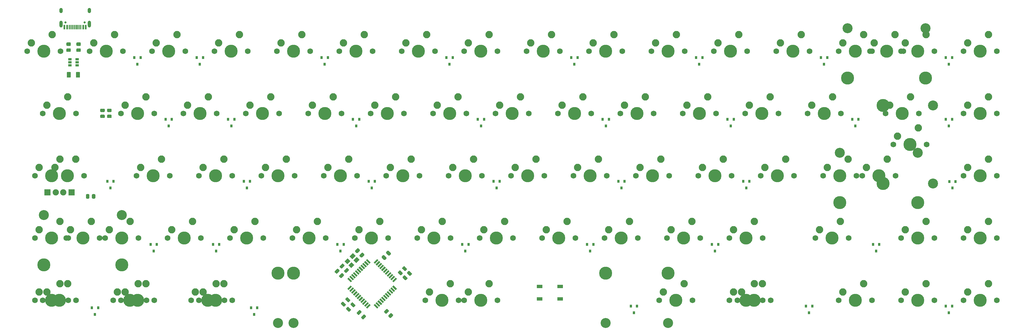
<source format=gbr>
%TF.GenerationSoftware,KiCad,Pcbnew,(5.1.10)-1*%
%TF.CreationDate,2021-07-23T21:16:20+02:00*%
%TF.ProjectId,67_E,36375f45-2e6b-4696-9361-645f70636258,rev?*%
%TF.SameCoordinates,Original*%
%TF.FileFunction,Soldermask,Bot*%
%TF.FilePolarity,Negative*%
%FSLAX46Y46*%
G04 Gerber Fmt 4.6, Leading zero omitted, Abs format (unit mm)*
G04 Created by KiCad (PCBNEW (5.1.10)-1) date 2021-07-23 21:16:20*
%MOMM*%
%LPD*%
G01*
G04 APERTURE LIST*
%ADD10R,0.800000X0.900000*%
%ADD11C,2.250000*%
%ADD12C,3.987800*%
%ADD13C,1.750000*%
%ADD14C,3.048000*%
%ADD15C,0.100000*%
%ADD16R,1.700000X1.000000*%
%ADD17R,1.905000X1.905000*%
%ADD18C,1.905000*%
%ADD19R,0.600000X1.450000*%
%ADD20R,0.300000X1.450000*%
%ADD21O,1.000000X2.100000*%
%ADD22C,0.650000*%
%ADD23O,1.000000X1.600000*%
%ADD24R,1.060000X0.650000*%
G04 APERTURE END LIST*
D10*
%TO.C,D34*%
X130685500Y-166640000D03*
X132585500Y-166640000D03*
X131635500Y-168640000D03*
%TD*%
%TO.C,D31*%
X342712000Y-108982000D03*
X344612000Y-108982000D03*
X343662000Y-110982000D03*
%TD*%
D11*
%TO.C,MX20*%
X98576130Y-102045770D03*
D12*
X96036130Y-107125770D03*
D11*
X92226130Y-104585770D03*
D13*
X90956130Y-107125770D03*
X101116130Y-107125770D03*
%TD*%
D10*
%TO.C,D1*%
X95062000Y-90059000D03*
X96962000Y-90059000D03*
X96012000Y-92059000D03*
%TD*%
D12*
%TO.C,MX48*%
X334161130Y-134430770D03*
X310348630Y-134430770D03*
D14*
X334161130Y-119190770D03*
X310348630Y-119190770D03*
D13*
X327334880Y-126175770D03*
X317174880Y-126175770D03*
D11*
X318444880Y-123635770D03*
D12*
X322254880Y-126175770D03*
D11*
X324794880Y-121095770D03*
%TD*%
%TO.C,MX74*%
X191444880Y-159195770D03*
D12*
X188904880Y-164275770D03*
D11*
X185094880Y-161735770D03*
D13*
X183824880Y-164275770D03*
X193984880Y-164275770D03*
D14*
X138904980Y-171260770D03*
X238904780Y-171260770D03*
D12*
X138904980Y-156020770D03*
X238904780Y-156020770D03*
%TD*%
D15*
%TO.C,U1*%
G36*
X168117298Y-165781060D02*
G01*
X168506206Y-165392152D01*
X169566866Y-166452812D01*
X169177958Y-166841720D01*
X168117298Y-165781060D01*
G37*
G36*
X168682983Y-165215374D02*
G01*
X169071891Y-164826466D01*
X170132551Y-165887126D01*
X169743643Y-166276034D01*
X168682983Y-165215374D01*
G37*
G36*
X169248668Y-164649689D02*
G01*
X169637576Y-164260781D01*
X170698236Y-165321441D01*
X170309328Y-165710349D01*
X169248668Y-164649689D01*
G37*
G36*
X169814354Y-164084004D02*
G01*
X170203262Y-163695096D01*
X171263922Y-164755756D01*
X170875014Y-165144664D01*
X169814354Y-164084004D01*
G37*
G36*
X170380039Y-163518318D02*
G01*
X170768947Y-163129410D01*
X171829607Y-164190070D01*
X171440699Y-164578978D01*
X170380039Y-163518318D01*
G37*
G36*
X170945725Y-162952633D02*
G01*
X171334633Y-162563725D01*
X172395293Y-163624385D01*
X172006385Y-164013293D01*
X170945725Y-162952633D01*
G37*
G36*
X171511410Y-162386947D02*
G01*
X171900318Y-161998039D01*
X172960978Y-163058699D01*
X172572070Y-163447607D01*
X171511410Y-162386947D01*
G37*
G36*
X172077096Y-161821262D02*
G01*
X172466004Y-161432354D01*
X173526664Y-162493014D01*
X173137756Y-162881922D01*
X172077096Y-161821262D01*
G37*
G36*
X172642781Y-161255576D02*
G01*
X173031689Y-160866668D01*
X174092349Y-161927328D01*
X173703441Y-162316236D01*
X172642781Y-161255576D01*
G37*
G36*
X173208466Y-160689891D02*
G01*
X173597374Y-160300983D01*
X174658034Y-161361643D01*
X174269126Y-161750551D01*
X173208466Y-160689891D01*
G37*
G36*
X173774152Y-160124206D02*
G01*
X174163060Y-159735298D01*
X175223720Y-160795958D01*
X174834812Y-161184866D01*
X173774152Y-160124206D01*
G37*
G36*
X174163060Y-158780702D02*
G01*
X173774152Y-158391794D01*
X174834812Y-157331134D01*
X175223720Y-157720042D01*
X174163060Y-158780702D01*
G37*
G36*
X173597374Y-158215017D02*
G01*
X173208466Y-157826109D01*
X174269126Y-156765449D01*
X174658034Y-157154357D01*
X173597374Y-158215017D01*
G37*
G36*
X173031689Y-157649332D02*
G01*
X172642781Y-157260424D01*
X173703441Y-156199764D01*
X174092349Y-156588672D01*
X173031689Y-157649332D01*
G37*
G36*
X172466004Y-157083646D02*
G01*
X172077096Y-156694738D01*
X173137756Y-155634078D01*
X173526664Y-156022986D01*
X172466004Y-157083646D01*
G37*
G36*
X171900318Y-156517961D02*
G01*
X171511410Y-156129053D01*
X172572070Y-155068393D01*
X172960978Y-155457301D01*
X171900318Y-156517961D01*
G37*
G36*
X171334633Y-155952275D02*
G01*
X170945725Y-155563367D01*
X172006385Y-154502707D01*
X172395293Y-154891615D01*
X171334633Y-155952275D01*
G37*
G36*
X170768947Y-155386590D02*
G01*
X170380039Y-154997682D01*
X171440699Y-153937022D01*
X171829607Y-154325930D01*
X170768947Y-155386590D01*
G37*
G36*
X170203262Y-154820904D02*
G01*
X169814354Y-154431996D01*
X170875014Y-153371336D01*
X171263922Y-153760244D01*
X170203262Y-154820904D01*
G37*
G36*
X169637576Y-154255219D02*
G01*
X169248668Y-153866311D01*
X170309328Y-152805651D01*
X170698236Y-153194559D01*
X169637576Y-154255219D01*
G37*
G36*
X169071891Y-153689534D02*
G01*
X168682983Y-153300626D01*
X169743643Y-152239966D01*
X170132551Y-152628874D01*
X169071891Y-153689534D01*
G37*
G36*
X168506206Y-153123848D02*
G01*
X168117298Y-152734940D01*
X169177958Y-151674280D01*
X169566866Y-152063188D01*
X168506206Y-153123848D01*
G37*
G36*
X165713134Y-152063188D02*
G01*
X166102042Y-151674280D01*
X167162702Y-152734940D01*
X166773794Y-153123848D01*
X165713134Y-152063188D01*
G37*
G36*
X165147449Y-152628874D02*
G01*
X165536357Y-152239966D01*
X166597017Y-153300626D01*
X166208109Y-153689534D01*
X165147449Y-152628874D01*
G37*
G36*
X164581764Y-153194559D02*
G01*
X164970672Y-152805651D01*
X166031332Y-153866311D01*
X165642424Y-154255219D01*
X164581764Y-153194559D01*
G37*
G36*
X164016078Y-153760244D02*
G01*
X164404986Y-153371336D01*
X165465646Y-154431996D01*
X165076738Y-154820904D01*
X164016078Y-153760244D01*
G37*
G36*
X163450393Y-154325930D02*
G01*
X163839301Y-153937022D01*
X164899961Y-154997682D01*
X164511053Y-155386590D01*
X163450393Y-154325930D01*
G37*
G36*
X162884707Y-154891615D02*
G01*
X163273615Y-154502707D01*
X164334275Y-155563367D01*
X163945367Y-155952275D01*
X162884707Y-154891615D01*
G37*
G36*
X162319022Y-155457301D02*
G01*
X162707930Y-155068393D01*
X163768590Y-156129053D01*
X163379682Y-156517961D01*
X162319022Y-155457301D01*
G37*
G36*
X161753336Y-156022986D02*
G01*
X162142244Y-155634078D01*
X163202904Y-156694738D01*
X162813996Y-157083646D01*
X161753336Y-156022986D01*
G37*
G36*
X161187651Y-156588672D02*
G01*
X161576559Y-156199764D01*
X162637219Y-157260424D01*
X162248311Y-157649332D01*
X161187651Y-156588672D01*
G37*
G36*
X160621966Y-157154357D02*
G01*
X161010874Y-156765449D01*
X162071534Y-157826109D01*
X161682626Y-158215017D01*
X160621966Y-157154357D01*
G37*
G36*
X160056280Y-157720042D02*
G01*
X160445188Y-157331134D01*
X161505848Y-158391794D01*
X161116940Y-158780702D01*
X160056280Y-157720042D01*
G37*
G36*
X160445188Y-161184866D02*
G01*
X160056280Y-160795958D01*
X161116940Y-159735298D01*
X161505848Y-160124206D01*
X160445188Y-161184866D01*
G37*
G36*
X161010874Y-161750551D02*
G01*
X160621966Y-161361643D01*
X161682626Y-160300983D01*
X162071534Y-160689891D01*
X161010874Y-161750551D01*
G37*
G36*
X161576559Y-162316236D02*
G01*
X161187651Y-161927328D01*
X162248311Y-160866668D01*
X162637219Y-161255576D01*
X161576559Y-162316236D01*
G37*
G36*
X162142244Y-162881922D02*
G01*
X161753336Y-162493014D01*
X162813996Y-161432354D01*
X163202904Y-161821262D01*
X162142244Y-162881922D01*
G37*
G36*
X162707930Y-163447607D02*
G01*
X162319022Y-163058699D01*
X163379682Y-161998039D01*
X163768590Y-162386947D01*
X162707930Y-163447607D01*
G37*
G36*
X163273615Y-164013293D02*
G01*
X162884707Y-163624385D01*
X163945367Y-162563725D01*
X164334275Y-162952633D01*
X163273615Y-164013293D01*
G37*
G36*
X163839301Y-164578978D02*
G01*
X163450393Y-164190070D01*
X164511053Y-163129410D01*
X164899961Y-163518318D01*
X163839301Y-164578978D01*
G37*
G36*
X164404986Y-165144664D02*
G01*
X164016078Y-164755756D01*
X165076738Y-163695096D01*
X165465646Y-164084004D01*
X164404986Y-165144664D01*
G37*
G36*
X164970672Y-165710349D02*
G01*
X164581764Y-165321441D01*
X165642424Y-164260781D01*
X166031332Y-164649689D01*
X164970672Y-165710349D01*
G37*
G36*
X165536357Y-166276034D02*
G01*
X165147449Y-165887126D01*
X166208109Y-164826466D01*
X166597017Y-165215374D01*
X165536357Y-166276034D01*
G37*
G36*
X166102042Y-166841720D02*
G01*
X165713134Y-166452812D01*
X166773794Y-165392152D01*
X167162702Y-165781060D01*
X166102042Y-166841720D01*
G37*
%TD*%
D16*
%TO.C,RESET*%
X218719000Y-163888500D03*
X225019000Y-163888500D03*
X218719000Y-160088500D03*
X225019000Y-160088500D03*
%TD*%
D12*
%TO.C,MX35*%
X323524880Y-104712770D03*
X323524880Y-128588770D03*
D14*
X338764880Y-104712770D03*
X338764880Y-128588770D03*
D13*
X336859880Y-116650770D03*
X326699880Y-116650770D03*
D11*
X327969880Y-114110770D03*
D12*
X331779880Y-116650770D03*
D11*
X334319880Y-111570770D03*
%TD*%
D17*
%TO.C,MX34*%
X68562380Y-131255770D03*
D13*
X74922380Y-126175770D03*
X64762380Y-126175770D03*
D18*
X71112380Y-131255770D03*
D11*
X66032380Y-123635770D03*
D12*
X69842380Y-126175770D03*
D11*
X72382380Y-121095770D03*
%TD*%
D10*
%TO.C,D36*%
X342712000Y-166132000D03*
X344612000Y-166132000D03*
X343662000Y-168132000D03*
%TD*%
%TO.C,D35*%
X300040000Y-166132000D03*
X301940000Y-166132000D03*
X300990000Y-168132000D03*
%TD*%
%TO.C,D33*%
X246573000Y-166132000D03*
X248473000Y-166132000D03*
X247523000Y-168132000D03*
%TD*%
%TO.C,D32*%
X82108000Y-166640000D03*
X84008000Y-166640000D03*
X83058000Y-168640000D03*
%TD*%
%TO.C,D30*%
X320487000Y-147209000D03*
X322387000Y-147209000D03*
X321437000Y-149209000D03*
%TD*%
%TO.C,D29*%
X271338000Y-147209000D03*
X273238000Y-147209000D03*
X272288000Y-149209000D03*
%TD*%
%TO.C,D28*%
X233238000Y-147209000D03*
X235138000Y-147209000D03*
X234188000Y-149209000D03*
%TD*%
%TO.C,D27*%
X195138000Y-147209000D03*
X197038000Y-147209000D03*
X196088000Y-149209000D03*
%TD*%
%TO.C,D26*%
X157038000Y-147209000D03*
X158938000Y-147209000D03*
X157988000Y-149209000D03*
%TD*%
%TO.C,D25*%
X119065000Y-147209000D03*
X120965000Y-147209000D03*
X120015000Y-149209000D03*
%TD*%
%TO.C,D24*%
X100015000Y-147209000D03*
X101915000Y-147209000D03*
X100965000Y-149209000D03*
%TD*%
%TO.C,D23*%
X343791500Y-127968500D03*
X345691500Y-127968500D03*
X344741500Y-129968500D03*
%TD*%
%TO.C,D22*%
X280863000Y-127905000D03*
X282763000Y-127905000D03*
X281813000Y-129905000D03*
%TD*%
%TO.C,D21*%
X242763000Y-127905000D03*
X244663000Y-127905000D03*
X243713000Y-129905000D03*
%TD*%
%TO.C,D20*%
X204663000Y-127905000D03*
X206563000Y-127905000D03*
X205613000Y-129905000D03*
%TD*%
%TO.C,D19*%
X166563000Y-127905000D03*
X168463000Y-127905000D03*
X167513000Y-129905000D03*
%TD*%
%TO.C,D18*%
X128463000Y-127905000D03*
X130363000Y-127905000D03*
X129413000Y-129905000D03*
%TD*%
%TO.C,D17*%
X86807000Y-127905000D03*
X88707000Y-127905000D03*
X87757000Y-129905000D03*
%TD*%
%TO.C,D15*%
X314137000Y-108982000D03*
X316037000Y-108982000D03*
X315087000Y-110982000D03*
%TD*%
%TO.C,D14*%
X276100500Y-108982000D03*
X278000500Y-108982000D03*
X277050500Y-110982000D03*
%TD*%
%TO.C,D13*%
X238000500Y-108982000D03*
X239900500Y-108982000D03*
X238950500Y-110982000D03*
%TD*%
%TO.C,D12*%
X199900500Y-108982000D03*
X201800500Y-108982000D03*
X200850500Y-110982000D03*
%TD*%
%TO.C,D11*%
X161800500Y-108982000D03*
X163700500Y-108982000D03*
X162750500Y-110982000D03*
%TD*%
%TO.C,D10*%
X123700500Y-108982000D03*
X125600500Y-108982000D03*
X124650500Y-110982000D03*
%TD*%
%TO.C,D9*%
X104587000Y-108982000D03*
X106487000Y-108982000D03*
X105537000Y-110982000D03*
%TD*%
%TO.C,D8*%
X342712000Y-90059000D03*
X344612000Y-90059000D03*
X343662000Y-92059000D03*
%TD*%
%TO.C,D7*%
X304612000Y-90059000D03*
X306512000Y-90059000D03*
X305562000Y-92059000D03*
%TD*%
%TO.C,D6*%
X266512000Y-90059000D03*
X268412000Y-90059000D03*
X267462000Y-92059000D03*
%TD*%
%TO.C,D5*%
X228412000Y-90059000D03*
X230312000Y-90059000D03*
X229362000Y-92059000D03*
%TD*%
%TO.C,D4*%
X190312000Y-90059000D03*
X192212000Y-90059000D03*
X191262000Y-92059000D03*
%TD*%
%TO.C,D3*%
X152212000Y-90059000D03*
X154112000Y-90059000D03*
X153162000Y-92059000D03*
%TD*%
%TO.C,D2*%
X114112000Y-90059000D03*
X116012000Y-90059000D03*
X115062000Y-92059000D03*
%TD*%
D15*
%TO.C,X1*%
G36*
X162930069Y-151049984D02*
G01*
X163778597Y-151898512D01*
X162788647Y-152888462D01*
X161940119Y-152039934D01*
X162930069Y-151049984D01*
G37*
G36*
X161374434Y-152605619D02*
G01*
X162222962Y-153454147D01*
X161233012Y-154444097D01*
X160384484Y-153595569D01*
X161374434Y-152605619D01*
G37*
G36*
X160172353Y-151403538D02*
G01*
X161020881Y-152252066D01*
X160030931Y-153242016D01*
X159182403Y-152393488D01*
X160172353Y-151403538D01*
G37*
G36*
X161727988Y-149847903D02*
G01*
X162576516Y-150696431D01*
X161586566Y-151686381D01*
X160738038Y-150837853D01*
X161727988Y-149847903D01*
G37*
%TD*%
D19*
%TO.C,USB1*%
X80227240Y-80737760D03*
X79427240Y-80737760D03*
X74527240Y-80737760D03*
X73727240Y-80737760D03*
X73727240Y-80737760D03*
X74527240Y-80737760D03*
X79427240Y-80737760D03*
X80227240Y-80737760D03*
D20*
X75227240Y-80737760D03*
X75727240Y-80737760D03*
X76227240Y-80737760D03*
X77227240Y-80737760D03*
X77727240Y-80737760D03*
X78227240Y-80737760D03*
X78727240Y-80737760D03*
X76727240Y-80737760D03*
D21*
X81297240Y-79822760D03*
X72657240Y-79822760D03*
D22*
X74087240Y-79292760D03*
D23*
X72657240Y-75642760D03*
D22*
X79867240Y-79292760D03*
D23*
X81297240Y-75642760D03*
%TD*%
D24*
%TO.C,U2*%
X75417500Y-92453500D03*
X75417500Y-91503500D03*
X75417500Y-90553500D03*
X77617500Y-90553500D03*
X77617500Y-92453500D03*
X77617500Y-91503500D03*
%TD*%
%TO.C,R7*%
G36*
G01*
X80299500Y-132974501D02*
X80299500Y-132074499D01*
G75*
G02*
X80549499Y-131824500I249999J0D01*
G01*
X81074501Y-131824500D01*
G75*
G02*
X81324500Y-132074499I0J-249999D01*
G01*
X81324500Y-132974501D01*
G75*
G02*
X81074501Y-133224500I-249999J0D01*
G01*
X80549499Y-133224500D01*
G75*
G02*
X80299500Y-132974501I0J249999D01*
G01*
G37*
G36*
G01*
X82124500Y-132974501D02*
X82124500Y-132074499D01*
G75*
G02*
X82374499Y-131824500I249999J0D01*
G01*
X82899501Y-131824500D01*
G75*
G02*
X83149500Y-132074499I0J-249999D01*
G01*
X83149500Y-132974501D01*
G75*
G02*
X82899501Y-133224500I-249999J0D01*
G01*
X82374499Y-133224500D01*
G75*
G02*
X82124500Y-132974501I0J249999D01*
G01*
G37*
%TD*%
%TO.C,R6*%
G36*
G01*
X173982326Y-169027928D02*
X173345928Y-169664326D01*
G75*
G02*
X172992376Y-169664326I-176776J176776D01*
G01*
X172621144Y-169293094D01*
G75*
G02*
X172621144Y-168939542I176776J176776D01*
G01*
X173257542Y-168303144D01*
G75*
G02*
X173611094Y-168303144I176776J-176776D01*
G01*
X173982326Y-168674376D01*
G75*
G02*
X173982326Y-169027928I-176776J-176776D01*
G01*
G37*
G36*
G01*
X172691856Y-167737458D02*
X172055458Y-168373856D01*
G75*
G02*
X171701906Y-168373856I-176776J176776D01*
G01*
X171330674Y-168002624D01*
G75*
G02*
X171330674Y-167649072I176776J176776D01*
G01*
X171967072Y-167012674D01*
G75*
G02*
X172320624Y-167012674I176776J-176776D01*
G01*
X172691856Y-167383906D01*
G75*
G02*
X172691856Y-167737458I-176776J-176776D01*
G01*
G37*
%TD*%
%TO.C,R5*%
G36*
G01*
X177566422Y-153942021D02*
X178202820Y-154578419D01*
G75*
G02*
X178202820Y-154931971I-176776J-176776D01*
G01*
X177831588Y-155303203D01*
G75*
G02*
X177478036Y-155303203I-176776J176776D01*
G01*
X176841638Y-154666805D01*
G75*
G02*
X176841638Y-154313253I176776J176776D01*
G01*
X177212870Y-153942021D01*
G75*
G02*
X177566422Y-153942021I176776J-176776D01*
G01*
G37*
G36*
G01*
X176275952Y-155232491D02*
X176912350Y-155868889D01*
G75*
G02*
X176912350Y-156222441I-176776J-176776D01*
G01*
X176541118Y-156593673D01*
G75*
G02*
X176187566Y-156593673I-176776J176776D01*
G01*
X175551168Y-155957275D01*
G75*
G02*
X175551168Y-155603723I176776J176776D01*
G01*
X175922400Y-155232491D01*
G75*
G02*
X176275952Y-155232491I176776J-176776D01*
G01*
G37*
%TD*%
%TO.C,R4*%
G36*
G01*
X84893999Y-105699500D02*
X85794001Y-105699500D01*
G75*
G02*
X86044000Y-105949499I0J-249999D01*
G01*
X86044000Y-106474501D01*
G75*
G02*
X85794001Y-106724500I-249999J0D01*
G01*
X84893999Y-106724500D01*
G75*
G02*
X84644000Y-106474501I0J249999D01*
G01*
X84644000Y-105949499D01*
G75*
G02*
X84893999Y-105699500I249999J0D01*
G01*
G37*
G36*
G01*
X84893999Y-107524500D02*
X85794001Y-107524500D01*
G75*
G02*
X86044000Y-107774499I0J-249999D01*
G01*
X86044000Y-108299501D01*
G75*
G02*
X85794001Y-108549500I-249999J0D01*
G01*
X84893999Y-108549500D01*
G75*
G02*
X84644000Y-108299501I0J249999D01*
G01*
X84644000Y-107774499D01*
G75*
G02*
X84893999Y-107524500I249999J0D01*
G01*
G37*
%TD*%
%TO.C,R3*%
G36*
G01*
X86989499Y-105699500D02*
X87889501Y-105699500D01*
G75*
G02*
X88139500Y-105949499I0J-249999D01*
G01*
X88139500Y-106474501D01*
G75*
G02*
X87889501Y-106724500I-249999J0D01*
G01*
X86989499Y-106724500D01*
G75*
G02*
X86739500Y-106474501I0J249999D01*
G01*
X86739500Y-105949499D01*
G75*
G02*
X86989499Y-105699500I249999J0D01*
G01*
G37*
G36*
G01*
X86989499Y-107524500D02*
X87889501Y-107524500D01*
G75*
G02*
X88139500Y-107774499I0J-249999D01*
G01*
X88139500Y-108299501D01*
G75*
G02*
X87889501Y-108549500I-249999J0D01*
G01*
X86989499Y-108549500D01*
G75*
G02*
X86739500Y-108299501I0J249999D01*
G01*
X86739500Y-107774499D01*
G75*
G02*
X86989499Y-107524500I249999J0D01*
G01*
G37*
%TD*%
%TO.C,R2*%
G36*
G01*
X78491501Y-88293000D02*
X77591499Y-88293000D01*
G75*
G02*
X77341500Y-88043001I0J249999D01*
G01*
X77341500Y-87517999D01*
G75*
G02*
X77591499Y-87268000I249999J0D01*
G01*
X78491501Y-87268000D01*
G75*
G02*
X78741500Y-87517999I0J-249999D01*
G01*
X78741500Y-88043001D01*
G75*
G02*
X78491501Y-88293000I-249999J0D01*
G01*
G37*
G36*
G01*
X78491501Y-86468000D02*
X77591499Y-86468000D01*
G75*
G02*
X77341500Y-86218001I0J249999D01*
G01*
X77341500Y-85692999D01*
G75*
G02*
X77591499Y-85443000I249999J0D01*
G01*
X78491501Y-85443000D01*
G75*
G02*
X78741500Y-85692999I0J-249999D01*
G01*
X78741500Y-86218001D01*
G75*
G02*
X78491501Y-86468000I-249999J0D01*
G01*
G37*
%TD*%
%TO.C,R1*%
G36*
G01*
X75443501Y-88293000D02*
X74543499Y-88293000D01*
G75*
G02*
X74293500Y-88043001I0J249999D01*
G01*
X74293500Y-87517999D01*
G75*
G02*
X74543499Y-87268000I249999J0D01*
G01*
X75443501Y-87268000D01*
G75*
G02*
X75693500Y-87517999I0J-249999D01*
G01*
X75693500Y-88043001D01*
G75*
G02*
X75443501Y-88293000I-249999J0D01*
G01*
G37*
G36*
G01*
X75443501Y-86468000D02*
X74543499Y-86468000D01*
G75*
G02*
X74293500Y-86218001I0J249999D01*
G01*
X74293500Y-85692999D01*
G75*
G02*
X74543499Y-85443000I249999J0D01*
G01*
X75443501Y-85443000D01*
G75*
G02*
X75693500Y-85692999I0J-249999D01*
G01*
X75693500Y-86218001D01*
G75*
G02*
X75443501Y-86468000I-249999J0D01*
G01*
G37*
%TD*%
D11*
%TO.C,MX79*%
X355751130Y-159195770D03*
D12*
X353211130Y-164275770D03*
D11*
X349401130Y-161735770D03*
D13*
X348131130Y-164275770D03*
X358291130Y-164275770D03*
%TD*%
D11*
%TO.C,MX78*%
X336701130Y-159195770D03*
D12*
X334161130Y-164275770D03*
D11*
X330351130Y-161735770D03*
D13*
X329081130Y-164275770D03*
X339241130Y-164275770D03*
%TD*%
D11*
%TO.C,MX77*%
X317651130Y-159195770D03*
D12*
X315111130Y-164275770D03*
D11*
X311301130Y-161735770D03*
D13*
X310031130Y-164275770D03*
X320191130Y-164275770D03*
%TD*%
D11*
%TO.C,MX76*%
X286694880Y-159195770D03*
D12*
X284154880Y-164275770D03*
D11*
X280344880Y-161735770D03*
D13*
X279074880Y-164275770D03*
X289234880Y-164275770D03*
%TD*%
D11*
%TO.C,MX75*%
X262882380Y-159195770D03*
D12*
X260342380Y-164275770D03*
D11*
X256532380Y-161735770D03*
D13*
X255262380Y-164275770D03*
X265422380Y-164275770D03*
%TD*%
D11*
%TO.C,MX73*%
X120007380Y-159195770D03*
D12*
X117467380Y-164275770D03*
D11*
X113657380Y-161735770D03*
D13*
X112387380Y-164275770D03*
X122547380Y-164275770D03*
%TD*%
D11*
%TO.C,MX72*%
X96194880Y-159195770D03*
D12*
X93654880Y-164275770D03*
D11*
X89844880Y-161735770D03*
D13*
X88574880Y-164275770D03*
X98734880Y-164275770D03*
%TD*%
D11*
%TO.C,MX71*%
X72382380Y-159195770D03*
D12*
X69842380Y-164275770D03*
D11*
X66032380Y-161735770D03*
D13*
X64762380Y-164275770D03*
X74922380Y-164275770D03*
%TD*%
D11*
%TO.C,MX70*%
X284313630Y-159195770D03*
D12*
X281773630Y-164275770D03*
D11*
X277963630Y-161735770D03*
D13*
X276693630Y-164275770D03*
X286853630Y-164275770D03*
%TD*%
D11*
%TO.C,MX69*%
X203351130Y-159195770D03*
D12*
X200811130Y-164275770D03*
D11*
X197001130Y-161735770D03*
D13*
X195731130Y-164275770D03*
X205891130Y-164275770D03*
D14*
X143661130Y-171260770D03*
X257961130Y-171260770D03*
D12*
X143661130Y-156020770D03*
X257961130Y-156020770D03*
%TD*%
D11*
%TO.C,MX68*%
X122388630Y-159195770D03*
D12*
X119848630Y-164275770D03*
D11*
X116038630Y-161735770D03*
D13*
X114768630Y-164275770D03*
X124928630Y-164275770D03*
%TD*%
D11*
%TO.C,MX67*%
X98576130Y-159195770D03*
D12*
X96036130Y-164275770D03*
D11*
X92226130Y-161735770D03*
D13*
X90956130Y-164275770D03*
X101116130Y-164275770D03*
%TD*%
D11*
%TO.C,MX66*%
X74763630Y-159195770D03*
D12*
X72223630Y-164275770D03*
D11*
X68413630Y-161735770D03*
D13*
X67143630Y-164275770D03*
X77303630Y-164275770D03*
%TD*%
D11*
%TO.C,MX65*%
X355751130Y-140145770D03*
D12*
X353211130Y-145225770D03*
D11*
X349401130Y-142685770D03*
D13*
X348131130Y-145225770D03*
X358291130Y-145225770D03*
%TD*%
D11*
%TO.C,MX64*%
X336701130Y-140145770D03*
D12*
X334161130Y-145225770D03*
D11*
X330351130Y-142685770D03*
D13*
X329081130Y-145225770D03*
X339241130Y-145225770D03*
%TD*%
D11*
%TO.C,MX63*%
X310507380Y-140145770D03*
D12*
X307967380Y-145225770D03*
D11*
X304157380Y-142685770D03*
D13*
X302887380Y-145225770D03*
X313047380Y-145225770D03*
%TD*%
D11*
%TO.C,MX62*%
X284313630Y-140145770D03*
D12*
X281773630Y-145225770D03*
D11*
X277963630Y-142685770D03*
D13*
X276693630Y-145225770D03*
X286853630Y-145225770D03*
%TD*%
D11*
%TO.C,MX61*%
X265263630Y-140145770D03*
D12*
X262723630Y-145225770D03*
D11*
X258913630Y-142685770D03*
D13*
X257643630Y-145225770D03*
X267803630Y-145225770D03*
%TD*%
D11*
%TO.C,MX60*%
X246213630Y-140145770D03*
D12*
X243673630Y-145225770D03*
D11*
X239863630Y-142685770D03*
D13*
X238593630Y-145225770D03*
X248753630Y-145225770D03*
%TD*%
D11*
%TO.C,MX59*%
X227163630Y-140145770D03*
D12*
X224623630Y-145225770D03*
D11*
X220813630Y-142685770D03*
D13*
X219543630Y-145225770D03*
X229703630Y-145225770D03*
%TD*%
D11*
%TO.C,MX58*%
X208113630Y-140145770D03*
D12*
X205573630Y-145225770D03*
D11*
X201763630Y-142685770D03*
D13*
X200493630Y-145225770D03*
X210653630Y-145225770D03*
%TD*%
D11*
%TO.C,MX57*%
X189063630Y-140145770D03*
D12*
X186523630Y-145225770D03*
D11*
X182713630Y-142685770D03*
D13*
X181443630Y-145225770D03*
X191603630Y-145225770D03*
%TD*%
D11*
%TO.C,MX56*%
X170013630Y-140145770D03*
D12*
X167473630Y-145225770D03*
D11*
X163663630Y-142685770D03*
D13*
X162393630Y-145225770D03*
X172553630Y-145225770D03*
%TD*%
D11*
%TO.C,MX55*%
X150963630Y-140145770D03*
D12*
X148423630Y-145225770D03*
D11*
X144613630Y-142685770D03*
D13*
X143343630Y-145225770D03*
X153503630Y-145225770D03*
%TD*%
D11*
%TO.C,MX54*%
X131913630Y-140145770D03*
D12*
X129373630Y-145225770D03*
D11*
X125563630Y-142685770D03*
D13*
X124293630Y-145225770D03*
X134453630Y-145225770D03*
%TD*%
D11*
%TO.C,MX53*%
X112863630Y-140145770D03*
D12*
X110323630Y-145225770D03*
D11*
X106513630Y-142685770D03*
D13*
X105243630Y-145225770D03*
X115403630Y-145225770D03*
%TD*%
D11*
%TO.C,MX52*%
X93813630Y-140145770D03*
D12*
X91273630Y-145225770D03*
D11*
X87463630Y-142685770D03*
D13*
X86193630Y-145225770D03*
X96353630Y-145225770D03*
%TD*%
D11*
%TO.C,MX51*%
X81907380Y-140145770D03*
D12*
X79367380Y-145225770D03*
D11*
X75557380Y-142685770D03*
D13*
X74287380Y-145225770D03*
X84447380Y-145225770D03*
D14*
X67461130Y-138240770D03*
X91273630Y-138240770D03*
D12*
X67461130Y-153480770D03*
X91273630Y-153480770D03*
%TD*%
D11*
%TO.C,MX50*%
X72382380Y-140145770D03*
D12*
X69842380Y-145225770D03*
D11*
X66032380Y-142685770D03*
D13*
X64762380Y-145225770D03*
X74922380Y-145225770D03*
%TD*%
D11*
%TO.C,MX49*%
X355751130Y-121095770D03*
D12*
X353211130Y-126175770D03*
D11*
X349401130Y-123635770D03*
D13*
X348131130Y-126175770D03*
X358291130Y-126175770D03*
%TD*%
D11*
%TO.C,MX47*%
X293838630Y-121095770D03*
D12*
X291298630Y-126175770D03*
D11*
X287488630Y-123635770D03*
D13*
X286218630Y-126175770D03*
X296378630Y-126175770D03*
%TD*%
D11*
%TO.C,MX46*%
X274788630Y-121095770D03*
D12*
X272248630Y-126175770D03*
D11*
X268438630Y-123635770D03*
D13*
X267168630Y-126175770D03*
X277328630Y-126175770D03*
%TD*%
D11*
%TO.C,MX45*%
X255738630Y-121095770D03*
D12*
X253198630Y-126175770D03*
D11*
X249388630Y-123635770D03*
D13*
X248118630Y-126175770D03*
X258278630Y-126175770D03*
%TD*%
D11*
%TO.C,MX44*%
X236688630Y-121095770D03*
D12*
X234148630Y-126175770D03*
D11*
X230338630Y-123635770D03*
D13*
X229068630Y-126175770D03*
X239228630Y-126175770D03*
%TD*%
D11*
%TO.C,MX43*%
X217638630Y-121095770D03*
D12*
X215098630Y-126175770D03*
D11*
X211288630Y-123635770D03*
D13*
X210018630Y-126175770D03*
X220178630Y-126175770D03*
%TD*%
D11*
%TO.C,MX42*%
X198588630Y-121095770D03*
D12*
X196048630Y-126175770D03*
D11*
X192238630Y-123635770D03*
D13*
X190968630Y-126175770D03*
X201128630Y-126175770D03*
%TD*%
D11*
%TO.C,MX41*%
X179538630Y-121095770D03*
D12*
X176998630Y-126175770D03*
D11*
X173188630Y-123635770D03*
D13*
X171918630Y-126175770D03*
X182078630Y-126175770D03*
%TD*%
D11*
%TO.C,MX40*%
X160488630Y-121095770D03*
D12*
X157948630Y-126175770D03*
D11*
X154138630Y-123635770D03*
D13*
X152868630Y-126175770D03*
X163028630Y-126175770D03*
%TD*%
D11*
%TO.C,MX39*%
X141438630Y-121095770D03*
D12*
X138898630Y-126175770D03*
D11*
X135088630Y-123635770D03*
D13*
X133818630Y-126175770D03*
X143978630Y-126175770D03*
%TD*%
D11*
%TO.C,MX38*%
X122388630Y-121095770D03*
D12*
X119848630Y-126175770D03*
D11*
X116038630Y-123635770D03*
D13*
X114768630Y-126175770D03*
X124928630Y-126175770D03*
%TD*%
D11*
%TO.C,MX37*%
X103338630Y-121095770D03*
D12*
X100798630Y-126175770D03*
D11*
X96988630Y-123635770D03*
D13*
X95718630Y-126175770D03*
X105878630Y-126175770D03*
%TD*%
%TO.C,MX36*%
X79684880Y-126175770D03*
X69524880Y-126175770D03*
D17*
X75874880Y-131255770D03*
D18*
X73334880Y-131255770D03*
D11*
X70794880Y-123635770D03*
D12*
X74604880Y-126175770D03*
D11*
X77144880Y-121095770D03*
%TD*%
%TO.C,MX33*%
X355751130Y-102045770D03*
D12*
X353211130Y-107125770D03*
D11*
X349401130Y-104585770D03*
D13*
X348131130Y-107125770D03*
X358291130Y-107125770D03*
%TD*%
D11*
%TO.C,MX32*%
X331938630Y-102045770D03*
D12*
X329398630Y-107125770D03*
D11*
X325588630Y-104585770D03*
D13*
X324318630Y-107125770D03*
X334478630Y-107125770D03*
%TD*%
D11*
%TO.C,MX31*%
X308126130Y-102045770D03*
D12*
X305586130Y-107125770D03*
D11*
X301776130Y-104585770D03*
D13*
X300506130Y-107125770D03*
X310666130Y-107125770D03*
%TD*%
D11*
%TO.C,MX30*%
X289076130Y-102045770D03*
D12*
X286536130Y-107125770D03*
D11*
X282726130Y-104585770D03*
D13*
X281456130Y-107125770D03*
X291616130Y-107125770D03*
%TD*%
D11*
%TO.C,MX29*%
X270026130Y-102045770D03*
D12*
X267486130Y-107125770D03*
D11*
X263676130Y-104585770D03*
D13*
X262406130Y-107125770D03*
X272566130Y-107125770D03*
%TD*%
D11*
%TO.C,MX28*%
X250976130Y-102045770D03*
D12*
X248436130Y-107125770D03*
D11*
X244626130Y-104585770D03*
D13*
X243356130Y-107125770D03*
X253516130Y-107125770D03*
%TD*%
D11*
%TO.C,MX27*%
X231926130Y-102045770D03*
D12*
X229386130Y-107125770D03*
D11*
X225576130Y-104585770D03*
D13*
X224306130Y-107125770D03*
X234466130Y-107125770D03*
%TD*%
D11*
%TO.C,MX26*%
X212876130Y-102045770D03*
D12*
X210336130Y-107125770D03*
D11*
X206526130Y-104585770D03*
D13*
X205256130Y-107125770D03*
X215416130Y-107125770D03*
%TD*%
D11*
%TO.C,MX25*%
X193826130Y-102045770D03*
D12*
X191286130Y-107125770D03*
D11*
X187476130Y-104585770D03*
D13*
X186206130Y-107125770D03*
X196366130Y-107125770D03*
%TD*%
D11*
%TO.C,MX24*%
X174776130Y-102045770D03*
D12*
X172236130Y-107125770D03*
D11*
X168426130Y-104585770D03*
D13*
X167156130Y-107125770D03*
X177316130Y-107125770D03*
%TD*%
D11*
%TO.C,MX23*%
X155726130Y-102045770D03*
D12*
X153186130Y-107125770D03*
D11*
X149376130Y-104585770D03*
D13*
X148106130Y-107125770D03*
X158266130Y-107125770D03*
%TD*%
D11*
%TO.C,MX22*%
X136676130Y-102045770D03*
D12*
X134136130Y-107125770D03*
D11*
X130326130Y-104585770D03*
D13*
X129056130Y-107125770D03*
X139216130Y-107125770D03*
%TD*%
D11*
%TO.C,MX21*%
X117626130Y-102045770D03*
D12*
X115086130Y-107125770D03*
D11*
X111276130Y-104585770D03*
D13*
X110006130Y-107125770D03*
X120166130Y-107125770D03*
%TD*%
D11*
%TO.C,MX19*%
X74763630Y-102045770D03*
D12*
X72223630Y-107125770D03*
D11*
X68413630Y-104585770D03*
D13*
X67143630Y-107125770D03*
X77303630Y-107125770D03*
%TD*%
D11*
%TO.C,MX18*%
X312888630Y-121095770D03*
D12*
X310348630Y-126175770D03*
D11*
X306538630Y-123635770D03*
D13*
X305268630Y-126175770D03*
X315428630Y-126175770D03*
%TD*%
D11*
%TO.C,MX17*%
X355751130Y-82995770D03*
D12*
X353211130Y-88075770D03*
D11*
X349401130Y-85535770D03*
D13*
X348131130Y-88075770D03*
X358291130Y-88075770D03*
%TD*%
D11*
%TO.C,MX16*%
X336701130Y-82995770D03*
D12*
X334161130Y-88075770D03*
D11*
X330351130Y-85535770D03*
D13*
X329081130Y-88075770D03*
X339241130Y-88075770D03*
%TD*%
D11*
%TO.C,MX15*%
X317651130Y-82995770D03*
D12*
X315111130Y-88075770D03*
D11*
X311301130Y-85535770D03*
D13*
X310031130Y-88075770D03*
X320191130Y-88075770D03*
%TD*%
D11*
%TO.C,MX14*%
X298601130Y-82995770D03*
D12*
X296061130Y-88075770D03*
D11*
X292251130Y-85535770D03*
D13*
X290981130Y-88075770D03*
X301141130Y-88075770D03*
%TD*%
D11*
%TO.C,MX13*%
X279551130Y-82995770D03*
D12*
X277011130Y-88075770D03*
D11*
X273201130Y-85535770D03*
D13*
X271931130Y-88075770D03*
X282091130Y-88075770D03*
%TD*%
D11*
%TO.C,MX12*%
X260501130Y-82995770D03*
D12*
X257961130Y-88075770D03*
D11*
X254151130Y-85535770D03*
D13*
X252881130Y-88075770D03*
X263041130Y-88075770D03*
%TD*%
D11*
%TO.C,MX11*%
X241451130Y-82995770D03*
D12*
X238911130Y-88075770D03*
D11*
X235101130Y-85535770D03*
D13*
X233831130Y-88075770D03*
X243991130Y-88075770D03*
%TD*%
D11*
%TO.C,MX10*%
X222401130Y-82995770D03*
D12*
X219861130Y-88075770D03*
D11*
X216051130Y-85535770D03*
D13*
X214781130Y-88075770D03*
X224941130Y-88075770D03*
%TD*%
D11*
%TO.C,MX9*%
X203351130Y-82995770D03*
D12*
X200811130Y-88075770D03*
D11*
X197001130Y-85535770D03*
D13*
X195731130Y-88075770D03*
X205891130Y-88075770D03*
%TD*%
D11*
%TO.C,MX8*%
X184301130Y-82995770D03*
D12*
X181761130Y-88075770D03*
D11*
X177951130Y-85535770D03*
D13*
X176681130Y-88075770D03*
X186841130Y-88075770D03*
%TD*%
D11*
%TO.C,MX7*%
X165251130Y-82995770D03*
D12*
X162711130Y-88075770D03*
D11*
X158901130Y-85535770D03*
D13*
X157631130Y-88075770D03*
X167791130Y-88075770D03*
%TD*%
D11*
%TO.C,MX6*%
X146201130Y-82995770D03*
D12*
X143661130Y-88075770D03*
D11*
X139851130Y-85535770D03*
D13*
X138581130Y-88075770D03*
X148741130Y-88075770D03*
%TD*%
D11*
%TO.C,MX5*%
X127151130Y-82995770D03*
D12*
X124611130Y-88075770D03*
D11*
X120801130Y-85535770D03*
D13*
X119531130Y-88075770D03*
X129691130Y-88075770D03*
%TD*%
D11*
%TO.C,MX4*%
X108101130Y-82995770D03*
D12*
X105561130Y-88075770D03*
D11*
X101751130Y-85535770D03*
D13*
X100481130Y-88075770D03*
X110641130Y-88075770D03*
%TD*%
D11*
%TO.C,MX3*%
X89051130Y-82995770D03*
D12*
X86511130Y-88075770D03*
D11*
X82701130Y-85535770D03*
D13*
X81431130Y-88075770D03*
X91591130Y-88075770D03*
%TD*%
D11*
%TO.C,MX2*%
X70001130Y-82995770D03*
D12*
X67461130Y-88075770D03*
D11*
X63651130Y-85535770D03*
D13*
X62381130Y-88075770D03*
X72541130Y-88075770D03*
%TD*%
D11*
%TO.C,MX1*%
X327176130Y-82995770D03*
D12*
X324636130Y-88075770D03*
D11*
X320826130Y-85535770D03*
D13*
X319556130Y-88075770D03*
X329716130Y-88075770D03*
D14*
X312729880Y-81090770D03*
X336542380Y-81090770D03*
D12*
X312729880Y-96330770D03*
X336542380Y-96330770D03*
%TD*%
%TO.C,F1*%
G36*
G01*
X74429000Y-95938500D02*
X74429000Y-94688500D01*
G75*
G02*
X74679000Y-94438500I250000J0D01*
G01*
X75429000Y-94438500D01*
G75*
G02*
X75679000Y-94688500I0J-250000D01*
G01*
X75679000Y-95938500D01*
G75*
G02*
X75429000Y-96188500I-250000J0D01*
G01*
X74679000Y-96188500D01*
G75*
G02*
X74429000Y-95938500I0J250000D01*
G01*
G37*
G36*
G01*
X77229000Y-95938500D02*
X77229000Y-94688500D01*
G75*
G02*
X77479000Y-94438500I250000J0D01*
G01*
X78229000Y-94438500D01*
G75*
G02*
X78479000Y-94688500I0J-250000D01*
G01*
X78479000Y-95938500D01*
G75*
G02*
X78229000Y-96188500I-250000J0D01*
G01*
X77479000Y-96188500D01*
G75*
G02*
X77229000Y-95938500I0J250000D01*
G01*
G37*
%TD*%
%TO.C,C9*%
G36*
G01*
X157769820Y-153806071D02*
X158441571Y-153134320D01*
G75*
G02*
X158795125Y-153134320I176777J-176777D01*
G01*
X159148678Y-153487873D01*
G75*
G02*
X159148678Y-153841427I-176777J-176777D01*
G01*
X158476927Y-154513178D01*
G75*
G02*
X158123373Y-154513178I-176777J176777D01*
G01*
X157769820Y-154159625D01*
G75*
G02*
X157769820Y-153806071I176777J176777D01*
G01*
G37*
G36*
G01*
X159113322Y-155149573D02*
X159785073Y-154477822D01*
G75*
G02*
X160138627Y-154477822I176777J-176777D01*
G01*
X160492180Y-154831375D01*
G75*
G02*
X160492180Y-155184929I-176777J-176777D01*
G01*
X159820429Y-155856680D01*
G75*
G02*
X159466875Y-155856680I-176777J176777D01*
G01*
X159113322Y-155503127D01*
G75*
G02*
X159113322Y-155149573I176777J176777D01*
G01*
G37*
%TD*%
%TO.C,C8*%
G36*
G01*
X165191180Y-150485929D02*
X164519429Y-151157680D01*
G75*
G02*
X164165875Y-151157680I-176777J176777D01*
G01*
X163812322Y-150804127D01*
G75*
G02*
X163812322Y-150450573I176777J176777D01*
G01*
X164484073Y-149778822D01*
G75*
G02*
X164837627Y-149778822I176777J-176777D01*
G01*
X165191180Y-150132375D01*
G75*
G02*
X165191180Y-150485929I-176777J-176777D01*
G01*
G37*
G36*
G01*
X163847678Y-149142427D02*
X163175927Y-149814178D01*
G75*
G02*
X162822373Y-149814178I-176777J176777D01*
G01*
X162468820Y-149460625D01*
G75*
G02*
X162468820Y-149107071I176777J176777D01*
G01*
X163140571Y-148435320D01*
G75*
G02*
X163494125Y-148435320I176777J-176777D01*
G01*
X163847678Y-148788873D01*
G75*
G02*
X163847678Y-149142427I-176777J-176777D01*
G01*
G37*
%TD*%
%TO.C,C7*%
G36*
G01*
X161788929Y-165008820D02*
X162460680Y-165680571D01*
G75*
G02*
X162460680Y-166034125I-176777J-176777D01*
G01*
X162107127Y-166387678D01*
G75*
G02*
X161753573Y-166387678I-176777J176777D01*
G01*
X161081822Y-165715927D01*
G75*
G02*
X161081822Y-165362373I176777J176777D01*
G01*
X161435375Y-165008820D01*
G75*
G02*
X161788929Y-165008820I176777J-176777D01*
G01*
G37*
G36*
G01*
X160445427Y-166352322D02*
X161117178Y-167024073D01*
G75*
G02*
X161117178Y-167377627I-176777J-176777D01*
G01*
X160763625Y-167731180D01*
G75*
G02*
X160410071Y-167731180I-176777J176777D01*
G01*
X159738320Y-167059429D01*
G75*
G02*
X159738320Y-166705875I176777J176777D01*
G01*
X160091873Y-166352322D01*
G75*
G02*
X160445427Y-166352322I176777J-176777D01*
G01*
G37*
%TD*%
%TO.C,C5*%
G36*
G01*
X160228178Y-163458071D02*
X160899929Y-164129822D01*
G75*
G02*
X160899929Y-164483376I-176777J-176777D01*
G01*
X160546376Y-164836929D01*
G75*
G02*
X160192822Y-164836929I-176777J176777D01*
G01*
X159521071Y-164165178D01*
G75*
G02*
X159521071Y-163811624I176777J176777D01*
G01*
X159874624Y-163458071D01*
G75*
G02*
X160228178Y-163458071I176777J-176777D01*
G01*
G37*
G36*
G01*
X158884676Y-164801573D02*
X159556427Y-165473324D01*
G75*
G02*
X159556427Y-165826878I-176777J-176777D01*
G01*
X159202874Y-166180431D01*
G75*
G02*
X158849320Y-166180431I-176777J176777D01*
G01*
X158177569Y-165508680D01*
G75*
G02*
X158177569Y-165155126I176777J176777D01*
G01*
X158531122Y-164801573D01*
G75*
G02*
X158884676Y-164801573I176777J-176777D01*
G01*
G37*
%TD*%
%TO.C,C4*%
G36*
G01*
X177669307Y-158110770D02*
X176997556Y-157439019D01*
G75*
G02*
X176997556Y-157085465I176777J176777D01*
G01*
X177351109Y-156731912D01*
G75*
G02*
X177704663Y-156731912I176777J-176777D01*
G01*
X178376414Y-157403663D01*
G75*
G02*
X178376414Y-157757217I-176777J-176777D01*
G01*
X178022861Y-158110770D01*
G75*
G02*
X177669307Y-158110770I-176777J176777D01*
G01*
G37*
G36*
G01*
X179012809Y-156767268D02*
X178341058Y-156095517D01*
G75*
G02*
X178341058Y-155741963I176777J176777D01*
G01*
X178694611Y-155388410D01*
G75*
G02*
X179048165Y-155388410I176777J-176777D01*
G01*
X179719916Y-156060161D01*
G75*
G02*
X179719916Y-156413715I-176777J-176777D01*
G01*
X179366363Y-156767268D01*
G75*
G02*
X179012809Y-156767268I-176777J176777D01*
G01*
G37*
%TD*%
%TO.C,C3*%
G36*
G01*
X171268571Y-151919680D02*
X170596820Y-151247929D01*
G75*
G02*
X170596820Y-150894375I176777J176777D01*
G01*
X170950373Y-150540822D01*
G75*
G02*
X171303927Y-150540822I176777J-176777D01*
G01*
X171975678Y-151212573D01*
G75*
G02*
X171975678Y-151566127I-176777J-176777D01*
G01*
X171622125Y-151919680D01*
G75*
G02*
X171268571Y-151919680I-176777J176777D01*
G01*
G37*
G36*
G01*
X172612073Y-150576178D02*
X171940322Y-149904427D01*
G75*
G02*
X171940322Y-149550873I176777J176777D01*
G01*
X172293875Y-149197320D01*
G75*
G02*
X172647429Y-149197320I176777J-176777D01*
G01*
X173319180Y-149869071D01*
G75*
G02*
X173319180Y-150222625I-176777J-176777D01*
G01*
X172965627Y-150576178D01*
G75*
G02*
X172612073Y-150576178I-176777J176777D01*
G01*
G37*
%TD*%
%TO.C,C2*%
G36*
G01*
X157624678Y-155428926D02*
X156952927Y-156100677D01*
G75*
G02*
X156599373Y-156100677I-176777J176777D01*
G01*
X156245820Y-155747124D01*
G75*
G02*
X156245820Y-155393570I176777J176777D01*
G01*
X156917571Y-154721819D01*
G75*
G02*
X157271125Y-154721819I176777J-176777D01*
G01*
X157624678Y-155075372D01*
G75*
G02*
X157624678Y-155428926I-176777J-176777D01*
G01*
G37*
G36*
G01*
X158968180Y-156772428D02*
X158296429Y-157444179D01*
G75*
G02*
X157942875Y-157444179I-176777J176777D01*
G01*
X157589322Y-157090626D01*
G75*
G02*
X157589322Y-156737072I176777J176777D01*
G01*
X158261073Y-156065321D01*
G75*
G02*
X158614627Y-156065321I176777J-176777D01*
G01*
X158968180Y-156418874D01*
G75*
G02*
X158968180Y-156772428I-176777J-176777D01*
G01*
G37*
%TD*%
%TO.C,C1*%
G36*
G01*
X162976820Y-168030071D02*
X163648571Y-167358320D01*
G75*
G02*
X164002125Y-167358320I176777J-176777D01*
G01*
X164355678Y-167711873D01*
G75*
G02*
X164355678Y-168065427I-176777J-176777D01*
G01*
X163683927Y-168737178D01*
G75*
G02*
X163330373Y-168737178I-176777J176777D01*
G01*
X162976820Y-168383625D01*
G75*
G02*
X162976820Y-168030071I176777J176777D01*
G01*
G37*
G36*
G01*
X164320322Y-169373573D02*
X164992073Y-168701822D01*
G75*
G02*
X165345627Y-168701822I176777J-176777D01*
G01*
X165699180Y-169055375D01*
G75*
G02*
X165699180Y-169408929I-176777J-176777D01*
G01*
X165027429Y-170080680D01*
G75*
G02*
X164673875Y-170080680I-176777J176777D01*
G01*
X164320322Y-169727127D01*
G75*
G02*
X164320322Y-169373573I176777J176777D01*
G01*
G37*
%TD*%
M02*

</source>
